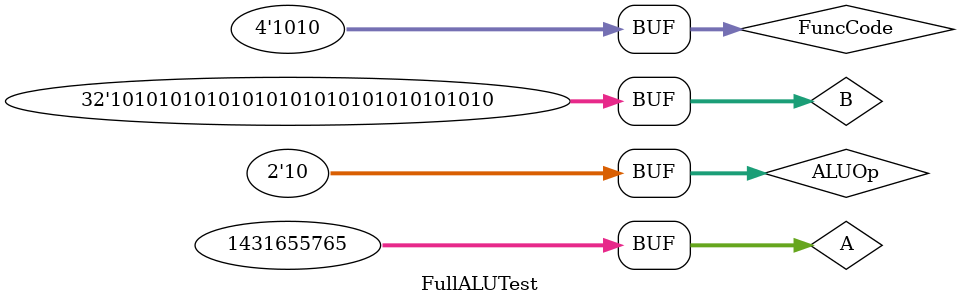
<source format=v>
`timescale 1ns / 1ps


module FullALUTest;

	// Inputs
	reg [1:0] ALUOp;
	reg [3:0] FuncCode;
	reg [31:0] A;
	reg [31:0] B;

	// Outputs
	wire [31:0] ALUOut;
	wire Zero;

	// Instantiate the Unit Under Test (UUT)
	FullALU uut (
		.ALUOp(ALUOp), 
		.FuncCode(FuncCode), 
		.A(A), 
		.B(B), 
		.ALUOut(ALUOut), 
		.Zero(Zero)
	);

	initial begin
		// Initialize Inputs
		ALUOp = 0;
		FuncCode = 0;
		A = 0;
		B = 0;

		// Wait 100 ns for global reset to finish
		#100;
        
		// Add stimulus here
		ALUOp = 2'b10;		FuncCode = 4'b0000;		A = 32'h55555555;		B = 32'haaaaaaaa; #100;
		ALUOp = 2'b10;		FuncCode = 4'b0010;		A = 32'h55555555;		B = 32'haaaaaaaa; #100;
		ALUOp = 2'b10;		FuncCode = 4'b0100;		A = 32'h55555555;		B = 32'haaaaaaaa; #100;
		ALUOp = 2'b10;		FuncCode = 4'b0101;		A = 32'h55555555;		B = 32'haaaaaaaa; #100;
		ALUOp = 2'b10;		FuncCode = 4'b1010;		A = 32'h55555555;		B = 32'haaaaaaaa; #100;
	end
      
endmodule


</source>
